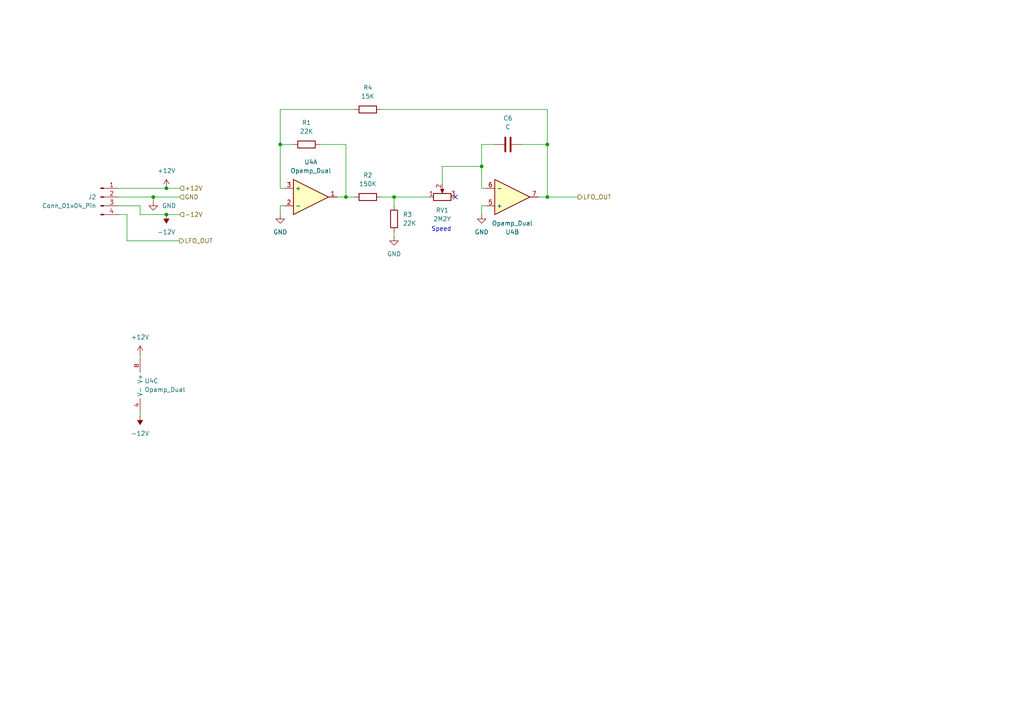
<source format=kicad_sch>
(kicad_sch (version 20250114) (generator "eeschema") (generator_version "9.0")
  (paper "A4")
  (lib_symbols
    (symbol "Connector:Conn_01x04_Pin" (pin_names (offset 1.016) (hide yes))
      (property "Reference" "J" (at 0 5.08 0))
      (property "Value" "Conn_01x04_Pin" (at 0 -7.62 0))
      (symbol "Conn_01x04_Pin_1_1"
        (rectangle (start 0.8636 2.667) (end 0 2.413) (stroke (width 0.1524)) (fill (type outline)))
        (rectangle (start 0.8636 0.127) (end 0 -0.127) (stroke (width 0.1524)) (fill (type outline)))
        (rectangle (start 0.8636 -2.413) (end 0 -2.667) (stroke (width 0.1524)) (fill (type outline)))
        (rectangle (start 0.8636 -4.953) (end 0 -5.207) (stroke (width 0.1524)) (fill (type outline)))
        (polyline (pts (xy 1.27 2.54) (xy 0.8636 2.54)) (stroke (width 0.1524)))
        (polyline (pts (xy 1.27 0) (xy 0.8636 0)) (stroke (width 0.1524)))
        (polyline (pts (xy 1.27 -2.54) (xy 0.8636 -2.54)) (stroke (width 0.1524)))
        (polyline (pts (xy 1.27 -5.08) (xy 0.8636 -5.08)) (stroke (width 0.1524)))
        (pin passive line (at 5.08 2.54 180) (length 3.81) (name "Pin_1") (number "1"))
        (pin passive line (at 5.08 0 180) (length 3.81) (name "Pin_2") (number "2"))
        (pin passive line (at 5.08 -2.54 180) (length 3.81) (name "Pin_3") (number "3"))
        (pin passive line (at 5.08 -5.08 180) (length 3.81) (name "Pin_4") (number "4"))
      )
    )
    (symbol "Device:C" (pin_numbers (hide yes)) (pin_names (offset 0.254))
      (property "Reference" "C" (at 0.635 2.54 0))
      (property "Value" "C" (at 0.635 -2.54 0))
      (symbol "C_0_1"
        (polyline (pts (xy -2.032 0.762) (xy 2.032 0.762)) (stroke (width 0.508)))
        (polyline (pts (xy -2.032 -0.762) (xy 2.032 -0.762)) (stroke (width 0.508)))
      )
      (symbol "C_1_1"
        (pin passive line (at 0 3.81 270) (length 2.794) (name "~") (number "1"))
        (pin passive line (at 0 -3.81 90) (length 2.794) (name "~") (number "2"))
      )
    )
    (symbol "Device:Opamp_Dual"
      (property "Reference" "U" (at 0 5.08 0))
      (property "Value" "Opamp_Dual" (at 0 -5.08 0))
      (symbol "Opamp_Dual_1_1"
        (polyline (pts (xy -5.08 5.08) (xy 5.08 0) (xy -5.08 -5.08) (xy -5.08 5.08)) (stroke (width 0.254)) (fill (type background)))
        (pin input line (at -7.62 2.54 0) (length 2.54) (name "+") (number "3"))
        (pin input line (at -7.62 -2.54 0) (length 2.54) (name "-") (number "2"))
        (pin output line (at 7.62 0 180) (length 2.54) (name "~") (number "1"))
      )
      (symbol "Opamp_Dual_2_1"
        (polyline (pts (xy -5.08 5.08) (xy 5.08 0) (xy -5.08 -5.08) (xy -5.08 5.08)) (stroke (width 0.254)) (fill (type background)))
        (pin input line (at -7.62 2.54 0) (length 2.54) (name "+") (number "5"))
        (pin input line (at -7.62 -2.54 0) (length 2.54) (name "-") (number "6"))
        (pin output line (at 7.62 0 180) (length 2.54) (name "~") (number "7"))
      )
      (symbol "Opamp_Dual_3_1"
        (pin power_in line (at -2.54 7.62 270) (length 3.81) (name "V+") (number "8"))
        (pin power_in line (at -2.54 -7.62 90) (length 3.81) (name "V-") (number "4"))
      )
    )
    (symbol "Device:R" (pin_numbers (hide yes)) (pin_names (offset 0))
      (property "Reference" "R" (at 2.032 0 90))
      (property "Value" "R" (at 0 0 90))
      (symbol "R_0_1"
        (rectangle (start -1.016 -2.54) (end 1.016 2.54) (stroke (width 0.254)))
      )
      (symbol "R_1_1"
        (pin passive line (at 0 3.81 270) (length 1.27) (name "~") (number "1"))
        (pin passive line (at 0 -3.81 90) (length 1.27) (name "~") (number "2"))
      )
    )
    (symbol "Device:R_Potentiometer" (pin_names (offset 1.016) (hide yes))
      (property "Reference" "RV" (at -4.445 0 90))
      (property "Value" "R_Potentiometer" (at -2.54 0 90))
      (symbol "R_Potentiometer_0_1"
        (rectangle (start 1.016 2.54) (end -1.016 -2.54) (stroke (width 0.254)))
        (polyline (pts (xy 1.143 0) (xy 2.286 0.508) (xy 2.286 -0.508) (xy 1.143 0)) (fill (type outline)))
        (polyline (pts (xy 2.54 0) (xy 1.524 0)))
      )
      (symbol "R_Potentiometer_1_1"
        (pin passive line (at 0 3.81 270) (length 1.27) (name "1") (number "1"))
        (pin passive line (at 0 -3.81 90) (length 1.27) (name "3") (number "3"))
        (pin passive line (at 3.81 0 180) (length 1.27) (name "2") (number "2"))
      )
    )
    (symbol "power:+12V" (power) (pin_numbers (hide yes)) (pin_names (offset 0) (hide yes))
      (property "Value" "+12V" (at 0 3.556 0))
      (symbol "+12V_0_1"
        (polyline (pts (xy -0.762 1.27) (xy 0 2.54)))
        (polyline (pts (xy 0 2.54) (xy 0.762 1.27)))
        (polyline (pts (xy 0 0) (xy 0 2.54)))
      )
      (symbol "+12V_1_1"
        (pin power_in line (at 0 0 90) (length 0) (name "~") (number "1"))
      )
    )
    (symbol "power:-12V" (power) (pin_numbers (hide yes)) (pin_names (offset 0) (hide yes))
      (property "Value" "-12V" (at 0 3.556 0))
      (symbol "-12V_0_0"
        (pin power_in line (at 0 0 90) (length 0) (name "~") (number "1"))
      )
      (symbol "-12V_0_1"
        (polyline (pts (xy 0 0) (xy 0 1.27) (xy 0.762 1.27) (xy 0 2.54) (xy -0.762 1.27) (xy 0 1.27)) (fill (type outline)))
      )
    )
    (symbol "power:GND" (power) (pin_numbers (hide yes)) (pin_names (offset 0) (hide yes))
      (property "Value" "GND" (at 0 -3.81 0))
      (symbol "GND_0_1"
        (polyline (pts (xy 0 0) (xy 0 -1.27) (xy 1.27 -1.27) (xy 0 -2.54) (xy -1.27 -1.27) (xy 0 -1.27)))
      )
      (symbol "GND_1_1"
        (pin power_in line (at 0 0 270) (length 0) (name "~") (number "1"))
      )
    )
  )
  (text "Speed" (at 128.016 66.548 0) (effects (font (size 1.27 1.27))))
  (junction (at 139.7 48.26))
  (junction (at 81.28 41.91))
  (junction (at 48.26 62.23))
  (junction (at 100.33 57.15))
  (junction (at 158.75 57.15))
  (junction (at 44.45 57.15))
  (junction (at 158.75 41.91))
  (junction (at 114.3 57.15))
  (junction (at 48.26 54.61))
  (no_connect (at 132.08 57.15))
  (wire (pts (xy 81.28 54.61) (xy 82.55 54.61)))
  (wire (pts (xy 156.21 57.15) (xy 158.75 57.15)))
  (wire (pts (xy 158.75 31.75) (xy 158.75 41.91)))
  (wire (pts (xy 36.83 62.23) (xy 34.29 62.23)))
  (wire (pts (xy 81.28 59.69) (xy 81.28 62.23)))
  (wire (pts (xy 52.07 57.15) (xy 44.45 57.15)))
  (wire (pts (xy 114.3 57.15) (xy 124.46 57.15)))
  (wire (pts (xy 44.45 57.15) (xy 44.45 58.42)))
  (wire (pts (xy 100.33 41.91) (xy 100.33 57.15)))
  (wire (pts (xy 110.49 31.75) (xy 158.75 31.75)))
  (wire (pts (xy 158.75 57.15) (xy 167.64 57.15)))
  (wire (pts (xy 81.28 31.75) (xy 81.28 41.91)))
  (wire (pts (xy 143.51 41.91) (xy 139.7 41.91)))
  (wire (pts (xy 34.29 59.69) (xy 40.64 59.69)))
  (wire (pts (xy 139.7 48.26) (xy 139.7 54.61)))
  (wire (pts (xy 139.7 62.23) (xy 139.7 59.69)))
  (wire (pts (xy 82.55 59.69) (xy 81.28 59.69)))
  (wire (pts (xy 40.64 62.23) (xy 48.26 62.23)))
  (wire (pts (xy 114.3 57.15) (xy 114.3 59.69)))
  (wire (pts (xy 40.64 59.69) (xy 40.64 62.23)))
  (wire (pts (xy 92.71 41.91) (xy 100.33 41.91)))
  (wire (pts (xy 139.7 54.61) (xy 140.97 54.61)))
  (wire (pts (xy 36.83 69.85) (xy 36.83 62.23)))
  (wire (pts (xy 114.3 67.31) (xy 114.3 68.58)))
  (wire (pts (xy 81.28 31.75) (xy 102.87 31.75)))
  (wire (pts (xy 52.07 69.85) (xy 36.83 69.85)))
  (wire (pts (xy 52.07 62.23) (xy 48.26 62.23)))
  (wire (pts (xy 100.33 57.15) (xy 102.87 57.15)))
  (wire (pts (xy 52.07 54.61) (xy 48.26 54.61)))
  (wire (pts (xy 128.27 48.26) (xy 139.7 48.26)))
  (wire (pts (xy 128.27 53.34) (xy 128.27 48.26)))
  (wire (pts (xy 139.7 41.91) (xy 139.7 48.26)))
  (wire (pts (xy 151.13 41.91) (xy 158.75 41.91)))
  (wire (pts (xy 34.29 54.61) (xy 48.26 54.61)))
  (wire (pts (xy 81.28 41.91) (xy 81.28 54.61)))
  (wire (pts (xy 34.29 57.15) (xy 44.45 57.15)))
  (wire (pts (xy 139.7 59.69) (xy 140.97 59.69)))
  (wire (pts (xy 110.49 57.15) (xy 114.3 57.15)))
  (wire (pts (xy 158.75 41.91) (xy 158.75 57.15)))
  (wire (pts (xy 97.79 57.15) (xy 100.33 57.15)))
  (wire (pts (xy 40.64 102.87) (xy 40.64 104.14)))
  (wire (pts (xy 40.64 119.38) (xy 40.64 120.65)))
  (wire (pts (xy 81.28 41.91) (xy 85.09 41.91)))
  (hierarchical_label "-12V" (shape input) (at 52.07 62.23 0))
  (hierarchical_label "GND" (shape input) (at 52.07 57.15 0))
  (hierarchical_label "LFO_OUT" (shape output) (at 52.07 69.85 0))
  (hierarchical_label "+12V" (shape input) (at 52.07 54.61 0))
  (hierarchical_label "LFO_OUT" (shape output) (at 167.64 57.15 0))
  (symbol (lib_id "power:GND") (at 139.7 62.23 0) (unit 1)
    (property "Reference" "#PWR020" (effects (hide yes)))
    (property "Value" "GND" (at 139.7 67.31 0))
    (property "Description" "Power symbol creates a global label with name \"GND\" , ground" (effects (hide yes)))
  )
  (symbol (lib_id "Device:Opamp_Dual") (at 148.59 57.15 0) (mirror x) (unit 2)
    (property "Reference" "U4" (at 148.59 67.31 0))
    (property "Value" "Opamp_Dual" (at 148.59 64.77 0))
    (property "Description" "Dual operational amplifier" (effects (hide yes)))
    (property "Sim.Library" "${KICAD9_SYMBOL_DIR}/Simulation_SPICE.sp" (effects (hide yes)))
    (property "Sim.Name" "kicad_builtin_opamp_dual" (effects (hide yes)))
    (property "Sim.Device" "SUBCKT" (effects (hide yes)))
    (property "Sim.Pins" "1=out1 2=in1- 3=in1+ 4=vee 5=in2+ 6=in2- 7=out2 8=vcc" (effects (hide yes)))
  )
  (symbol (lib_id "Device:Opamp_Dual") (at 43.18 111.76 0) (unit 3)
    (property "Reference" "U4" (at 41.91 110.4899 0) (effects (justify left)))
    (property "Value" "Opamp_Dual" (at 41.91 113.0299 0) (effects (justify left)))
    (property "Description" "Dual operational amplifier" (effects (hide yes)))
    (property "Sim.Library" "${KICAD9_SYMBOL_DIR}/Simulation_SPICE.sp" (effects (hide yes)))
    (property "Sim.Name" "kicad_builtin_opamp_dual" (effects (hide yes)))
    (property "Sim.Device" "SUBCKT" (effects (hide yes)))
    (property "Sim.Pins" "1=out1 2=in1- 3=in1+ 4=vee 5=in2+ 6=in2- 7=out2 8=vcc" (effects (hide yes)))
  )
  (symbol (lib_id "Device:C") (at 147.32 41.91 90) (unit 1)
    (property "Reference" "C6" (at 147.32 34.29 90))
    (property "Value" "C" (at 147.32 36.83 90))
    (property "Description" "Unpolarized capacitor" (effects (hide yes)))
  )
  (symbol (lib_id "power:GND") (at 114.3 68.58 0) (unit 1)
    (property "Reference" "#PWR021" (effects (hide yes)))
    (property "Value" "GND" (at 114.3 73.66 0))
    (property "Description" "Power symbol creates a global label with name \"GND\" , ground" (effects (hide yes)))
  )
  (symbol (lib_id "Device:R") (at 114.3 63.5 180) (unit 1)
    (property "Reference" "R3" (at 116.84 62.2299 0) (effects (justify right)))
    (property "Value" "22K" (at 116.84 64.7699 0) (effects (justify right)))
    (property "Description" "Resistor" (effects (hide yes)))
  )
  (symbol (lib_id "power:GND") (at 44.45 58.42 0) (mirror y) (unit 1)
    (property "Reference" "#PWR018" (effects (hide yes)))
    (property "Value" "GND" (at 46.99 59.6899 0) (effects (justify right)))
    (property "Description" "Power symbol creates a global label with name \"GND\" , ground" (effects (hide yes)))
  )
  (symbol (lib_id "Device:Opamp_Dual") (at 90.17 57.15 0) (unit 1)
    (property "Reference" "U4" (at 90.17 46.99 0))
    (property "Value" "Opamp_Dual" (at 90.17 49.53 0))
    (property "Description" "Dual operational amplifier" (effects (hide yes)))
    (property "Sim.Library" "${KICAD9_SYMBOL_DIR}/Simulation_SPICE.sp" (effects (hide yes)))
    (property "Sim.Name" "kicad_builtin_opamp_dual" (effects (hide yes)))
    (property "Sim.Device" "SUBCKT" (effects (hide yes)))
    (property "Sim.Pins" "1=out1 2=in1- 3=in1+ 4=vee 5=in2+ 6=in2- 7=out2 8=vcc" (effects (hide yes)))
  )
  (symbol (lib_id "Connector:Conn_01x04_Pin") (at 29.21 57.15 0) (unit 1)
    (property "Reference" "J2" (at 27.94 57.1499 0) (effects (justify right)))
    (property "Value" "Conn_01x04_Pin" (at 27.94 59.6899 0) (effects (justify right)))
    (property "Description" "Generic connector, single row, 01x04, script generated" (effects (hide yes)))
  )
  (symbol (lib_id "Device:R") (at 106.68 57.15 90) (unit 1)
    (property "Reference" "R2" (at 106.68 50.8 90))
    (property "Value" "150K" (at 106.68 53.34 90))
    (property "Description" "Resistor" (effects (hide yes)))
  )
  (symbol (lib_id "power:+12V") (at 48.26 54.61 0) (mirror y) (unit 1)
    (property "Reference" "#PWR014" (effects (hide yes)))
    (property "Value" "+12V" (at 48.26 49.53 0))
    (property "Description" "Power symbol creates a global label with name \"+12V\"" (effects (hide yes)))
  )
  (symbol (lib_id "power:-12V") (at 40.64 120.65 180) (unit 1)
    (property "Reference" "#PWR017" (effects (hide yes)))
    (property "Value" "-12V" (at 40.64 125.73 0))
    (property "Description" "Power symbol creates a global label with name \"-12V\"" (effects (hide yes)))
  )
  (symbol (lib_id "Device:R_Potentiometer") (at 128.27 57.15 90) (unit 1)
    (property "Reference" "RV1" (at 128.27 60.96 90))
    (property "Value" "2M2Y" (at 128.27 63.5 90))
    (property "Description" "Potentiometer" (effects (hide yes)))
  )
  (symbol (lib_id "power:+12V") (at 40.64 102.87 0) (unit 1)
    (property "Reference" "#PWR015" (effects (hide yes)))
    (property "Value" "+12V" (at 40.64 97.79 0))
    (property "Description" "Power symbol creates a global label with name \"+12V\"" (effects (hide yes)))
  )
  (symbol (lib_id "Device:R") (at 88.9 41.91 90) (unit 1)
    (property "Reference" "R1" (at 88.9 35.56 90))
    (property "Value" "22K" (at 88.9 38.1 90))
    (property "Description" "Resistor" (effects (hide yes)))
  )
  (symbol (lib_id "power:-12V") (at 48.26 62.23 0) (mirror x) (unit 1)
    (property "Reference" "#PWR016" (effects (hide yes)))
    (property "Value" "-12V" (at 48.26 67.31 0))
    (property "Description" "Power symbol creates a global label with name \"-12V\"" (effects (hide yes)))
  )
  (symbol (lib_id "power:GND") (at 81.28 62.23 0) (unit 1)
    (property "Reference" "#PWR019" (effects (hide yes)))
    (property "Value" "GND" (at 81.28 67.31 0))
    (property "Description" "Power symbol creates a global label with name \"GND\" , ground" (effects (hide yes)))
  )
  (symbol (lib_id "Device:R") (at 106.68 31.75 270) (unit 1)
    (property "Reference" "R4" (at 106.68 25.4 90))
    (property "Value" "15K" (at 106.68 27.94 90))
    (property "Description" "Resistor" (effects (hide yes)))
  )
)
</source>
